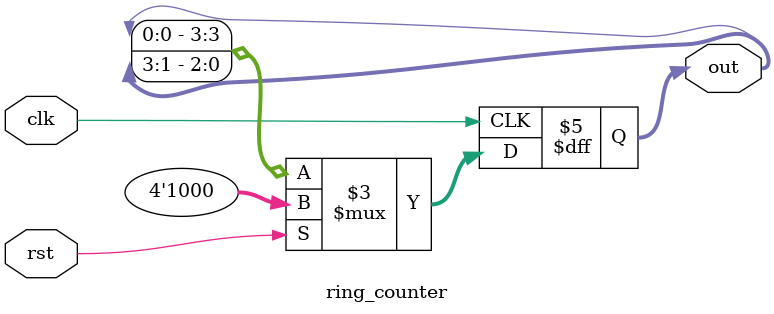
<source format=v>

module ring_counter(output reg [3:0]out,input clk,rst);
  
  always@(posedge clk) begin
    
    if(rst) out <= 4'b1000;
    else begin
      out <= {out[0],out[3:1]};
    end
  end
endmodule

</source>
